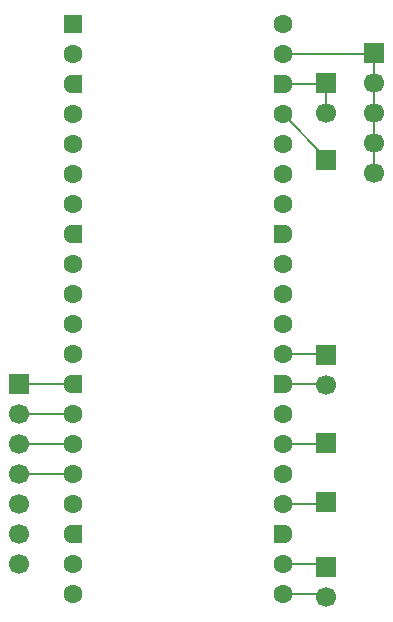
<source format=gbr>
%TF.GenerationSoftware,KiCad,Pcbnew,9.0.3*%
%TF.CreationDate,2025-08-22T09:44:06+02:00*%
%TF.ProjectId,kord,6b6f7264-2e6b-4696-9361-645f70636258,rev?*%
%TF.SameCoordinates,Original*%
%TF.FileFunction,Copper,L1,Top*%
%TF.FilePolarity,Positive*%
%FSLAX46Y46*%
G04 Gerber Fmt 4.6, Leading zero omitted, Abs format (unit mm)*
G04 Created by KiCad (PCBNEW 9.0.3) date 2025-08-22 09:44:06*
%MOMM*%
%LPD*%
G01*
G04 APERTURE LIST*
G04 Aperture macros list*
%AMRoundRect*
0 Rectangle with rounded corners*
0 $1 Rounding radius*
0 $2 $3 $4 $5 $6 $7 $8 $9 X,Y pos of 4 corners*
0 Add a 4 corners polygon primitive as box body*
4,1,4,$2,$3,$4,$5,$6,$7,$8,$9,$2,$3,0*
0 Add four circle primitives for the rounded corners*
1,1,$1+$1,$2,$3*
1,1,$1+$1,$4,$5*
1,1,$1+$1,$6,$7*
1,1,$1+$1,$8,$9*
0 Add four rect primitives between the rounded corners*
20,1,$1+$1,$2,$3,$4,$5,0*
20,1,$1+$1,$4,$5,$6,$7,0*
20,1,$1+$1,$6,$7,$8,$9,0*
20,1,$1+$1,$8,$9,$2,$3,0*%
%AMFreePoly0*
4,1,37,0.603843,0.796157,0.639018,0.796157,0.711114,0.766294,0.766294,0.711114,0.796157,0.639018,0.796157,0.603843,0.800000,0.600000,0.800000,-0.600000,0.796157,-0.603843,0.796157,-0.639018,0.766294,-0.711114,0.711114,-0.766294,0.639018,-0.796157,0.603843,-0.796157,0.600000,-0.800000,0.000000,-0.800000,0.000000,-0.796148,-0.078414,-0.796148,-0.232228,-0.765552,-0.377117,-0.705537,
-0.507515,-0.618408,-0.618408,-0.507515,-0.705537,-0.377117,-0.765552,-0.232228,-0.796148,-0.078414,-0.796148,0.078414,-0.765552,0.232228,-0.705537,0.377117,-0.618408,0.507515,-0.507515,0.618408,-0.377117,0.705537,-0.232228,0.765552,-0.078414,0.796148,0.000000,0.796148,0.000000,0.800000,0.600000,0.800000,0.603843,0.796157,0.603843,0.796157,$1*%
%AMFreePoly1*
4,1,37,0.000000,0.796148,0.078414,0.796148,0.232228,0.765552,0.377117,0.705537,0.507515,0.618408,0.618408,0.507515,0.705537,0.377117,0.765552,0.232228,0.796148,0.078414,0.796148,-0.078414,0.765552,-0.232228,0.705537,-0.377117,0.618408,-0.507515,0.507515,-0.618408,0.377117,-0.705537,0.232228,-0.765552,0.078414,-0.796148,0.000000,-0.796148,0.000000,-0.800000,-0.600000,-0.800000,
-0.603843,-0.796157,-0.639018,-0.796157,-0.711114,-0.766294,-0.766294,-0.711114,-0.796157,-0.639018,-0.796157,-0.603843,-0.800000,-0.600000,-0.800000,0.600000,-0.796157,0.603843,-0.796157,0.639018,-0.766294,0.711114,-0.711114,0.766294,-0.639018,0.796157,-0.603843,0.796157,-0.600000,0.800000,0.000000,0.800000,0.000000,0.796148,0.000000,0.796148,$1*%
G04 Aperture macros list end*
%TA.AperFunction,ComponentPad*%
%ADD10R,1.700000X1.700000*%
%TD*%
%TA.AperFunction,ComponentPad*%
%ADD11C,1.700000*%
%TD*%
%TA.AperFunction,ComponentPad*%
%ADD12RoundRect,0.200000X-0.600000X-0.600000X0.600000X-0.600000X0.600000X0.600000X-0.600000X0.600000X0*%
%TD*%
%TA.AperFunction,ComponentPad*%
%ADD13C,1.600000*%
%TD*%
%TA.AperFunction,ComponentPad*%
%ADD14FreePoly0,0.000000*%
%TD*%
%TA.AperFunction,ComponentPad*%
%ADD15FreePoly1,0.000000*%
%TD*%
%TA.AperFunction,Conductor*%
%ADD16C,0.200000*%
%TD*%
G04 APERTURE END LIST*
D10*
%TO.P,REF\u002A\u002A,1*%
%TO.N,N/C*%
X166000000Y-105500000D03*
D11*
%TO.P,REF\u002A\u002A,2*%
X166000000Y-108040000D03*
%TD*%
D10*
%TO.P,REF\u002A\u002A,1*%
%TO.N,N/C*%
X166000000Y-100000000D03*
%TD*%
%TO.P,REF\u002A\u002A,1*%
%TO.N,N/C*%
X166000000Y-71000000D03*
%TD*%
%TO.P,REF\u002A\u002A,1*%
%TO.N,N/C*%
X166000000Y-87500000D03*
D11*
%TO.P,REF\u002A\u002A,2*%
X166000000Y-90040000D03*
%TD*%
D10*
%TO.P,REF\u002A\u002A,1*%
%TO.N,N/C*%
X166000000Y-95000000D03*
%TD*%
%TO.P,REF\u002A\u002A,1*%
%TO.N,N/C*%
X166000000Y-64500000D03*
D11*
%TO.P,REF\u002A\u002A,2*%
X166000000Y-67040000D03*
%TD*%
D10*
%TO.P,REF\u002A\u002A,1*%
%TO.N,N/C*%
X140000000Y-90000000D03*
D11*
%TO.P,REF\u002A\u002A,2*%
X140000000Y-92540000D03*
%TO.P,REF\u002A\u002A,3*%
X140000000Y-95080000D03*
%TO.P,REF\u002A\u002A,4*%
X140000000Y-97620000D03*
%TO.P,REF\u002A\u002A,5*%
X140000000Y-100160000D03*
%TO.P,REF\u002A\u002A,6*%
X140000000Y-102700000D03*
%TO.P,REF\u002A\u002A,7*%
X140000000Y-105240000D03*
%TD*%
D12*
%TO.P,REF\u002A\u002A,1*%
%TO.N,N/C*%
X144500000Y-59500000D03*
D13*
%TO.P,REF\u002A\u002A,2*%
X144500000Y-62040000D03*
D14*
%TO.P,REF\u002A\u002A,3*%
X144500000Y-64580000D03*
D13*
%TO.P,REF\u002A\u002A,4*%
X144500000Y-67120000D03*
%TO.P,REF\u002A\u002A,5*%
X144500000Y-69660000D03*
%TO.P,REF\u002A\u002A,6*%
X144500000Y-72200000D03*
%TO.P,REF\u002A\u002A,7*%
X144500000Y-74740000D03*
D14*
%TO.P,REF\u002A\u002A,8*%
X144500000Y-77280000D03*
D13*
%TO.P,REF\u002A\u002A,9*%
X144500000Y-79820000D03*
%TO.P,REF\u002A\u002A,10*%
X144500000Y-82360000D03*
%TO.P,REF\u002A\u002A,11*%
X144500000Y-84900000D03*
%TO.P,REF\u002A\u002A,12*%
X144500000Y-87440000D03*
D14*
%TO.P,REF\u002A\u002A,13*%
X144500000Y-89980000D03*
D13*
%TO.P,REF\u002A\u002A,14*%
X144500000Y-92520000D03*
%TO.P,REF\u002A\u002A,15*%
X144500000Y-95060000D03*
%TO.P,REF\u002A\u002A,16*%
X144500000Y-97600000D03*
%TO.P,REF\u002A\u002A,17*%
X144500000Y-100140000D03*
D14*
%TO.P,REF\u002A\u002A,18*%
X144500000Y-102680000D03*
D13*
%TO.P,REF\u002A\u002A,19*%
X144500000Y-105220000D03*
%TO.P,REF\u002A\u002A,20*%
X144500000Y-107760000D03*
%TO.P,REF\u002A\u002A,21*%
X162280000Y-107760000D03*
%TO.P,REF\u002A\u002A,22*%
X162280000Y-105220000D03*
D15*
%TO.P,REF\u002A\u002A,23*%
X162280000Y-102680000D03*
D13*
%TO.P,REF\u002A\u002A,24*%
X162280000Y-100140000D03*
%TO.P,REF\u002A\u002A,25*%
X162280000Y-97600000D03*
%TO.P,REF\u002A\u002A,26*%
X162280000Y-95060000D03*
%TO.P,REF\u002A\u002A,27*%
X162280000Y-92520000D03*
D15*
%TO.P,REF\u002A\u002A,28*%
X162280000Y-89980000D03*
D13*
%TO.P,REF\u002A\u002A,29*%
X162280000Y-87440000D03*
%TO.P,REF\u002A\u002A,30*%
X162280000Y-84900000D03*
%TO.P,REF\u002A\u002A,31*%
X162280000Y-82360000D03*
%TO.P,REF\u002A\u002A,32*%
X162280000Y-79820000D03*
D15*
%TO.P,REF\u002A\u002A,33*%
X162280000Y-77280000D03*
D13*
%TO.P,REF\u002A\u002A,34*%
X162280000Y-74740000D03*
%TO.P,REF\u002A\u002A,35*%
X162280000Y-72200000D03*
%TO.P,REF\u002A\u002A,36*%
X162280000Y-69660000D03*
%TO.P,REF\u002A\u002A,37*%
X162280000Y-67120000D03*
D15*
%TO.P,REF\u002A\u002A,38*%
X162280000Y-64580000D03*
D13*
%TO.P,REF\u002A\u002A,39*%
X162280000Y-62040000D03*
%TO.P,REF\u002A\u002A,40*%
X162280000Y-59500000D03*
%TD*%
D10*
%TO.P,REF\u002A\u002A,1*%
%TO.N,N/C*%
X170000000Y-62000000D03*
D11*
%TO.P,REF\u002A\u002A,2*%
X170000000Y-64540000D03*
%TO.P,REF\u002A\u002A,3*%
X170000000Y-67080000D03*
%TO.P,REF\u002A\u002A,4*%
X170000000Y-69620000D03*
%TO.P,REF\u002A\u002A,5*%
X170000000Y-72160000D03*
%TD*%
D16*
%TO.N,*%
X162280000Y-107760000D02*
X165720000Y-107760000D01*
X165720000Y-107760000D02*
X166000000Y-108040000D01*
X162280000Y-105220000D02*
X165720000Y-105220000D01*
X165720000Y-105220000D02*
X166000000Y-105500000D01*
X162280000Y-100140000D02*
X165860000Y-100140000D01*
X165860000Y-100140000D02*
X166000000Y-100000000D01*
X162280000Y-67120000D02*
X166000000Y-70840000D01*
X166000000Y-70840000D02*
X166000000Y-71000000D01*
X170000000Y-69620000D02*
X170000000Y-72160000D01*
X170000000Y-67080000D02*
X170000000Y-69620000D01*
X170000000Y-64540000D02*
X170000000Y-67080000D01*
X170000000Y-62000000D02*
X170000000Y-64540000D01*
X162280000Y-62040000D02*
X169960000Y-62040000D01*
X169960000Y-62040000D02*
X170000000Y-62000000D01*
X162280000Y-87440000D02*
X165940000Y-87440000D01*
X165940000Y-87440000D02*
X166000000Y-87500000D01*
X162280000Y-89980000D02*
X165940000Y-89980000D01*
X165940000Y-89980000D02*
X166000000Y-90040000D01*
X162280000Y-95060000D02*
X165940000Y-95060000D01*
X165940000Y-95060000D02*
X166000000Y-95000000D01*
X166000000Y-64500000D02*
X166000000Y-67040000D01*
X162280000Y-64580000D02*
X165920000Y-64580000D01*
X165920000Y-64580000D02*
X166000000Y-64500000D01*
X144480000Y-92540000D02*
X144500000Y-92520000D01*
X144500000Y-92520000D02*
X144500000Y-92500000D01*
X144480000Y-97620000D02*
X144500000Y-97600000D01*
X140000000Y-97620000D02*
X144480000Y-97620000D01*
X140000000Y-92540000D02*
X144480000Y-92540000D01*
X144480000Y-90000000D02*
X144500000Y-89980000D01*
X140000000Y-95080000D02*
X144480000Y-95080000D01*
X140000000Y-90000000D02*
X144480000Y-90000000D01*
X144480000Y-95080000D02*
X144500000Y-95060000D01*
%TD*%
M02*

</source>
